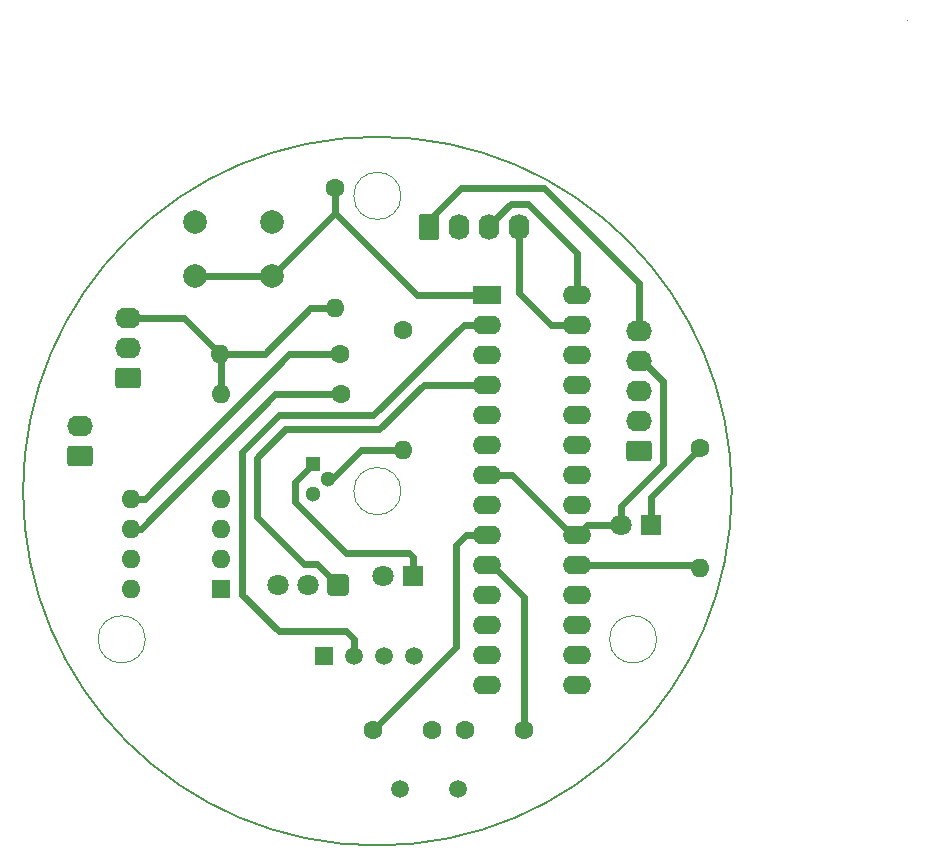
<source format=gbl>
%TF.GenerationSoftware,KiCad,Pcbnew,(6.0.7-1)-1*%
%TF.CreationDate,2022-10-31T10:44:15+05:30*%
%TF.ProjectId,Ac Temp Control V2,41632054-656d-4702-9043-6f6e74726f6c,rev?*%
%TF.SameCoordinates,Original*%
%TF.FileFunction,Copper,L2,Bot*%
%TF.FilePolarity,Positive*%
%FSLAX46Y46*%
G04 Gerber Fmt 4.6, Leading zero omitted, Abs format (unit mm)*
G04 Created by KiCad (PCBNEW (6.0.7-1)-1) date 2022-10-31 10:44:15*
%MOMM*%
%LPD*%
G01*
G04 APERTURE LIST*
G04 Aperture macros list*
%AMRoundRect*
0 Rectangle with rounded corners*
0 $1 Rounding radius*
0 $2 $3 $4 $5 $6 $7 $8 $9 X,Y pos of 4 corners*
0 Add a 4 corners polygon primitive as box body*
4,1,4,$2,$3,$4,$5,$6,$7,$8,$9,$2,$3,0*
0 Add four circle primitives for the rounded corners*
1,1,$1+$1,$2,$3*
1,1,$1+$1,$4,$5*
1,1,$1+$1,$6,$7*
1,1,$1+$1,$8,$9*
0 Add four rect primitives between the rounded corners*
20,1,$1+$1,$2,$3,$4,$5,0*
20,1,$1+$1,$4,$5,$6,$7,0*
20,1,$1+$1,$6,$7,$8,$9,0*
20,1,$1+$1,$8,$9,$2,$3,0*%
G04 Aperture macros list end*
%TA.AperFunction,Profile*%
%ADD10C,0.100000*%
%TD*%
%TA.AperFunction,Profile*%
%ADD11C,0.150000*%
%TD*%
%TA.AperFunction,ComponentPad*%
%ADD12R,2.400000X1.600000*%
%TD*%
%TA.AperFunction,ComponentPad*%
%ADD13O,2.400000X1.600000*%
%TD*%
%TA.AperFunction,ComponentPad*%
%ADD14C,1.500000*%
%TD*%
%TA.AperFunction,ComponentPad*%
%ADD15C,1.600000*%
%TD*%
%TA.AperFunction,ComponentPad*%
%ADD16O,1.600000X1.600000*%
%TD*%
%TA.AperFunction,ComponentPad*%
%ADD17RoundRect,0.250000X0.845000X-0.620000X0.845000X0.620000X-0.845000X0.620000X-0.845000X-0.620000X0*%
%TD*%
%TA.AperFunction,ComponentPad*%
%ADD18O,2.190000X1.740000*%
%TD*%
%TA.AperFunction,ComponentPad*%
%ADD19C,2.000000*%
%TD*%
%TA.AperFunction,ComponentPad*%
%ADD20R,1.600000X1.600000*%
%TD*%
%TA.AperFunction,ComponentPad*%
%ADD21RoundRect,0.250000X-0.620000X-0.845000X0.620000X-0.845000X0.620000X0.845000X-0.620000X0.845000X0*%
%TD*%
%TA.AperFunction,ComponentPad*%
%ADD22O,1.740000X2.190000*%
%TD*%
%TA.AperFunction,ComponentPad*%
%ADD23R,1.800000X1.800000*%
%TD*%
%TA.AperFunction,ComponentPad*%
%ADD24C,1.800000*%
%TD*%
%TA.AperFunction,ComponentPad*%
%ADD25RoundRect,0.250200X0.649800X0.649800X-0.649800X0.649800X-0.649800X-0.649800X0.649800X-0.649800X0*%
%TD*%
%TA.AperFunction,ComponentPad*%
%ADD26R,1.300000X1.300000*%
%TD*%
%TA.AperFunction,ComponentPad*%
%ADD27C,1.300000*%
%TD*%
%TA.AperFunction,ComponentPad*%
%ADD28R,1.500000X1.500000*%
%TD*%
%TA.AperFunction,Conductor*%
%ADD29C,0.600000*%
%TD*%
G04 APERTURE END LIST*
D10*
X146481802Y-104531802D02*
G75*
G03*
X146481802Y-104531802I-2000000J0D01*
G01*
X124831802Y-117081802D02*
G75*
G03*
X124831802Y-117081802I-2000000J0D01*
G01*
X189350001Y-64700000D02*
G75*
G03*
X189350001Y-64700000I-1J0D01*
G01*
X168131802Y-117081802D02*
G75*
G03*
X168131802Y-117081802I-2000000J0D01*
G01*
X146481802Y-79531802D02*
G75*
G03*
X146481802Y-79531802I-2000000J0D01*
G01*
D11*
X174481802Y-104531802D02*
G75*
G03*
X174481802Y-104531802I-30000000J0D01*
G01*
D12*
%TO.P,U1,1,~{RESET}/PC6*%
%TO.N,Net-(R3-Pad1)*%
X153781802Y-87906802D03*
D13*
%TO.P,U1,2,PD0*%
%TO.N,Net-(U1-Pad2)*%
X153781802Y-90446802D03*
%TO.P,U1,3,PD1*%
%TO.N,Net-(R1-Pad1)*%
X153781802Y-92986802D03*
%TO.P,U1,4,PD2*%
%TO.N,Net-(U1-Pad4)*%
X153781802Y-95526802D03*
%TO.P,U1,5,PD3*%
%TO.N,Net-(J2-Pad3)*%
X153781802Y-98066802D03*
%TO.P,U1,6,PD4*%
%TO.N,Net-(J2-Pad2)*%
X153781802Y-100606802D03*
%TO.P,U1,7,VCC*%
%TO.N,Net-(D1-Pad2)*%
X153781802Y-103146802D03*
%TO.P,U1,8,GND*%
%TO.N,GND*%
X153781802Y-105686802D03*
%TO.P,U1,9,XTAL1/PB6*%
%TO.N,Net-(C1-Pad1)*%
X153781802Y-108226802D03*
%TO.P,U1,10,XTAL2/PB7*%
%TO.N,Net-(C2-Pad1)*%
X153781802Y-110766802D03*
%TO.P,U1,11,PD5*%
%TO.N,Net-(J2-Pad1)*%
X153781802Y-113306802D03*
%TO.P,U1,12,PD6*%
%TO.N,unconnected-(U1-Pad12)*%
X153781802Y-115846802D03*
%TO.P,U1,13,PD7*%
%TO.N,unconnected-(U1-Pad13)*%
X153781802Y-118386802D03*
%TO.P,U1,14,PB0*%
%TO.N,unconnected-(U1-Pad14)*%
X153781802Y-120926802D03*
%TO.P,U1,15,PB1*%
%TO.N,unconnected-(U1-Pad15)*%
X161401802Y-120926802D03*
%TO.P,U1,16,PB2*%
%TO.N,unconnected-(U1-Pad16)*%
X161401802Y-118386802D03*
%TO.P,U1,17,PB3*%
%TO.N,unconnected-(U1-Pad17)*%
X161401802Y-115846802D03*
%TO.P,U1,18,PB4*%
%TO.N,unconnected-(U1-Pad18)*%
X161401802Y-113306802D03*
%TO.P,U1,19,PB5*%
%TO.N,Net-(R2-Pad2)*%
X161401802Y-110766802D03*
%TO.P,U1,20,AVCC*%
%TO.N,Net-(D1-Pad2)*%
X161401802Y-108226802D03*
%TO.P,U1,21,AREF*%
%TO.N,AREF*%
X161401802Y-105686802D03*
%TO.P,U1,22,GND*%
%TO.N,GND*%
X161401802Y-103146802D03*
%TO.P,U1,23,PC0*%
%TO.N,unconnected-(U1-Pad23)*%
X161401802Y-100606802D03*
%TO.P,U1,24,PC1*%
%TO.N,unconnected-(U1-Pad24)*%
X161401802Y-98066802D03*
%TO.P,U1,25,PC2*%
%TO.N,unconnected-(U1-Pad25)*%
X161401802Y-95526802D03*
%TO.P,U1,26,PC3*%
%TO.N,unconnected-(U1-Pad26)*%
X161401802Y-92986802D03*
%TO.P,U1,27,PC4*%
%TO.N,Net-(DISPLAY1-Pad4)*%
X161401802Y-90446802D03*
%TO.P,U1,28,PC5*%
%TO.N,Net-(DISPLAY1-Pad3)*%
X161401802Y-87906802D03*
%TD*%
D14*
%TO.P,Y1,1,1*%
%TO.N,Net-(C1-Pad1)*%
X146381802Y-129781802D03*
%TO.P,Y1,2,2*%
%TO.N,Net-(C2-Pad1)*%
X151281802Y-129781802D03*
%TD*%
D15*
%TO.P,R3,1*%
%TO.N,Net-(R3-Pad1)*%
X140881802Y-78901802D03*
D16*
%TO.P,R3,2*%
%TO.N,Net-(D1-Pad2)*%
X140881802Y-89061802D03*
%TD*%
D17*
%TO.P,VR1,1,IN*%
%TO.N,Net-(J1-Pad1)*%
X123401802Y-94971802D03*
D18*
%TO.P,VR1,2,GND*%
%TO.N,GND*%
X123401802Y-92431802D03*
%TO.P,VR1,3,OUT*%
%TO.N,Net-(D1-Pad2)*%
X123401802Y-89891802D03*
%TD*%
D19*
%TO.P,SW1,1,1*%
%TO.N,GND*%
X129081802Y-81781802D03*
X135581802Y-81781802D03*
%TO.P,SW1,2,2*%
%TO.N,Net-(R3-Pad1)*%
X129081802Y-86281802D03*
X135581802Y-86281802D03*
%TD*%
D15*
%TO.P,R1,1*%
%TO.N,Net-(R1-Pad1)*%
X146631802Y-90901802D03*
D16*
%TO.P,R1,2*%
%TO.N,Net-(Q1-Pad2)*%
X146631802Y-101061802D03*
%TD*%
D20*
%TO.P,U4,1,A0*%
%TO.N,GND*%
X131231802Y-112781802D03*
D16*
%TO.P,U4,2,A1*%
X131231802Y-110241802D03*
%TO.P,U4,3,A2*%
%TO.N,Net-(D1-Pad2)*%
X131231802Y-107701802D03*
%TO.P,U4,4,GND*%
%TO.N,GND*%
X131231802Y-105161802D03*
%TO.P,U4,5,SDA*%
%TO.N,Net-(DISPLAY1-Pad4)*%
X123611802Y-105161802D03*
%TO.P,U4,6,SCL*%
%TO.N,Net-(DISPLAY1-Pad3)*%
X123611802Y-107701802D03*
%TO.P,U4,7,WP*%
%TO.N,GND*%
X123611802Y-110241802D03*
%TO.P,U4,8,VCC*%
%TO.N,Net-(D1-Pad2)*%
X123611802Y-112781802D03*
%TD*%
D17*
%TO.P,J1,1,Pin_1*%
%TO.N,Net-(J1-Pad1)*%
X119281802Y-101531802D03*
D18*
%TO.P,J1,2,Pin_2*%
%TO.N,GND*%
X119281802Y-98991802D03*
%TD*%
D21*
%TO.P,DISPLAY1,1,GND*%
%TO.N,GND*%
X148871802Y-82201802D03*
D22*
%TO.P,DISPLAY1,2,VCC*%
%TO.N,Net-(D1-Pad2)*%
X151411802Y-82201802D03*
%TO.P,DISPLAY1,3,SCL*%
%TO.N,Net-(DISPLAY1-Pad3)*%
X153951802Y-82201802D03*
%TO.P,DISPLAY1,4,SDA*%
%TO.N,Net-(DISPLAY1-Pad4)*%
X156491802Y-82201802D03*
%TD*%
D15*
%TO.P,C1,1,1*%
%TO.N,Net-(C1-Pad1)*%
X144131802Y-124731802D03*
%TO.P,C1,2,2*%
%TO.N,GND*%
X149131802Y-124731802D03*
%TD*%
D23*
%TO.P,D1,1,K*%
%TO.N,Net-(D1-Pad1)*%
X167631802Y-107381802D03*
D24*
%TO.P,D1,2,A*%
%TO.N,Net-(D1-Pad2)*%
X165091802Y-107381802D03*
%TD*%
D15*
%TO.P,C2,1,1*%
%TO.N,Net-(C2-Pad1)*%
X156931802Y-124731802D03*
%TO.P,C2,2,2*%
%TO.N,GND*%
X151931802Y-124731802D03*
%TD*%
D17*
%TO.P,J2,1,Pin_1*%
%TO.N,Net-(J2-Pad1)*%
X166651802Y-101111802D03*
D18*
%TO.P,J2,2,Pin_2*%
%TO.N,Net-(J2-Pad2)*%
X166651802Y-98571802D03*
%TO.P,J2,3,Pin_3*%
%TO.N,Net-(J2-Pad3)*%
X166651802Y-96031802D03*
%TO.P,J2,4,Pin_4*%
%TO.N,Net-(D1-Pad2)*%
X166651802Y-93491802D03*
%TO.P,J2,5,Pin_5*%
%TO.N,GND*%
X166651802Y-90951802D03*
%TD*%
D15*
%TO.P,R5,1*%
%TO.N,Net-(DISPLAY1-Pad3)*%
X141381802Y-96331802D03*
D16*
%TO.P,R5,2*%
%TO.N,Net-(D1-Pad2)*%
X131221802Y-96331802D03*
%TD*%
D23*
%TO.P,D2,1*%
%TO.N,Net-(D2-PadA)*%
X147531802Y-111731802D03*
D24*
%TO.P,D2,2*%
%TO.N,Net-(D1-Pad2)*%
X144991802Y-111731802D03*
%TD*%
D15*
%TO.P,R2,1*%
%TO.N,Net-(D1-Pad1)*%
X171781802Y-100881802D03*
D16*
%TO.P,R2,2*%
%TO.N,Net-(R2-Pad2)*%
X171781802Y-111041802D03*
%TD*%
D25*
%TO.P,U3,1,OUT*%
%TO.N,Net-(U1-Pad4)*%
X141181802Y-112481802D03*
D24*
%TO.P,U3,2,GND*%
%TO.N,GND*%
X138641802Y-112481802D03*
%TO.P,U3,3,Vs*%
%TO.N,Net-(D1-Pad2)*%
X136101802Y-112481802D03*
%TD*%
D26*
%TO.P,Q1,1,C*%
%TO.N,Net-(D2-PadA)*%
X139050000Y-102250000D03*
D27*
%TO.P,Q1,2,B*%
%TO.N,Net-(Q1-Pad2)*%
X140320000Y-103520000D03*
%TO.P,Q1,3,E*%
%TO.N,GND*%
X139050000Y-104790000D03*
%TD*%
D15*
%TO.P,R4,1*%
%TO.N,Net-(DISPLAY1-Pad4)*%
X141281802Y-92931802D03*
D16*
%TO.P,R4,2*%
%TO.N,Net-(D1-Pad2)*%
X131121802Y-92931802D03*
%TD*%
D28*
%TO.P,U2,1,VCC*%
%TO.N,Net-(D1-Pad2)*%
X139969302Y-118484302D03*
D14*
%TO.P,U2,2,IO*%
%TO.N,Net-(U1-Pad2)*%
X142509302Y-118484302D03*
%TO.P,U2,3,NC*%
%TO.N,unconnected-(U2-Pad3)*%
X145049302Y-118484302D03*
%TO.P,U2,4,GND*%
%TO.N,GND*%
X147589302Y-118484302D03*
%TD*%
D29*
%TO.N,GND*%
X166651802Y-90951802D02*
X166651802Y-86901802D01*
X148871802Y-81578198D02*
X148871802Y-82201802D01*
X151600000Y-78850000D02*
X148871802Y-81578198D01*
X166651802Y-86901802D02*
X158600000Y-78850000D01*
X158600000Y-78850000D02*
X151600000Y-78850000D01*
%TO.N,Net-(DISPLAY1-Pad4)*%
X137025966Y-92931802D02*
X141281802Y-92931802D01*
X123611802Y-105161802D02*
X124795966Y-105161802D01*
X124795966Y-105161802D02*
X137025966Y-92931802D01*
X159146802Y-90446802D02*
X156491802Y-87791802D01*
X161401802Y-90446802D02*
X159146802Y-90446802D01*
X156491802Y-87791802D02*
X156491802Y-82201802D01*
%TO.N,Net-(C1-Pad1)*%
X153781802Y-108226802D02*
X151973198Y-108226802D01*
X151100000Y-109100000D02*
X151100000Y-117763604D01*
X151973198Y-108226802D02*
X151100000Y-109100000D01*
X151100000Y-117763604D02*
X144131802Y-124731802D01*
%TO.N,Net-(C2-Pad1)*%
X154181802Y-110766802D02*
X156931802Y-113516802D01*
X153781802Y-110766802D02*
X154181802Y-110766802D01*
X156931802Y-113516802D02*
X156931802Y-124731802D01*
%TO.N,Net-(DISPLAY1-Pad3)*%
X157224960Y-80206802D02*
X155758644Y-80206802D01*
X161401802Y-84383644D02*
X157224960Y-80206802D01*
X123611802Y-107701802D02*
X124448198Y-107701802D01*
X155758644Y-80206802D02*
X153951802Y-82013644D01*
X124448198Y-107701802D02*
X135818198Y-96331802D01*
X135818198Y-96331802D02*
X141381802Y-96331802D01*
X161401802Y-87906802D02*
X161401802Y-84383644D01*
%TO.N,Net-(Q1-Pad2)*%
X146631802Y-101061802D02*
X143058198Y-101061802D01*
X143058198Y-101061802D02*
X140600000Y-103520000D01*
%TO.N,Net-(D1-Pad1)*%
X167631802Y-105031802D02*
X171781802Y-100881802D01*
X167631802Y-107381802D02*
X167631802Y-105031802D01*
%TO.N,Net-(D1-Pad2)*%
X168646802Y-102208148D02*
X168646802Y-95218604D01*
X140881802Y-89061802D02*
X138810000Y-89061802D01*
X168646802Y-95218604D02*
X166920000Y-93491802D01*
X131121802Y-92931802D02*
X134940000Y-92931802D01*
X123401802Y-89891802D02*
X128081802Y-89891802D01*
X165091802Y-105763148D02*
X168646802Y-102208148D01*
X161001802Y-108226802D02*
X155921802Y-103146802D01*
X165091802Y-107381802D02*
X162246802Y-107381802D01*
X165091802Y-107381802D02*
X165091802Y-105763148D01*
X128081802Y-89891802D02*
X131121802Y-92931802D01*
X155921802Y-103146802D02*
X153781802Y-103146802D01*
X131221802Y-96331802D02*
X131221802Y-93031802D01*
X138810000Y-89061802D02*
X134940000Y-92931802D01*
X166920000Y-93491802D02*
X166651802Y-93491802D01*
X162246802Y-107381802D02*
X161401802Y-108226802D01*
X161401802Y-108226802D02*
X161001802Y-108226802D01*
%TO.N,Net-(D2-PadA)*%
X141817968Y-109750000D02*
X147150000Y-109750000D01*
X137500000Y-105432032D02*
X141817968Y-109750000D01*
X137500000Y-103800000D02*
X137500000Y-105432032D01*
X147531802Y-110131802D02*
X147531802Y-111731802D01*
X147150000Y-109750000D02*
X147531802Y-110131802D01*
X139050000Y-102250000D02*
X137500000Y-103800000D01*
%TO.N,Net-(R2-Pad2)*%
X161401802Y-110766802D02*
X171506802Y-110766802D01*
X171506802Y-110766802D02*
X171781802Y-111041802D01*
%TO.N,Net-(R3-Pad1)*%
X153781802Y-87906802D02*
X147806802Y-87906802D01*
X140881802Y-80981802D02*
X140881802Y-78901802D01*
X147806802Y-87906802D02*
X140881802Y-80981802D01*
X129081802Y-86281802D02*
X135581802Y-86281802D01*
X135581802Y-86281802D02*
X140881802Y-80981802D01*
%TO.N,Net-(U1-Pad2)*%
X133050000Y-113304947D02*
X136145053Y-116400000D01*
X142509302Y-117059302D02*
X142509302Y-118484302D01*
X136150000Y-98100000D02*
X133050000Y-101200000D01*
X141850000Y-116400000D02*
X142509302Y-117059302D01*
X133050000Y-101200000D02*
X133050000Y-113304947D01*
X153781802Y-90446802D02*
X151803198Y-90446802D01*
X151803198Y-90446802D02*
X144150000Y-98100000D01*
X144150000Y-98100000D02*
X136150000Y-98100000D01*
X136145053Y-116400000D02*
X141850000Y-116400000D01*
%TO.N,Net-(U1-Pad4)*%
X139387387Y-110681802D02*
X141181802Y-112476217D01*
X141181802Y-112476217D02*
X141181802Y-112481802D01*
X136647056Y-99300000D02*
X134250000Y-101697056D01*
X144647056Y-99300000D02*
X136647056Y-99300000D01*
X138231802Y-110681802D02*
X139387387Y-110681802D01*
X153781802Y-95526802D02*
X148420254Y-95526802D01*
X134250000Y-106700000D02*
X138231802Y-110681802D01*
X134250000Y-101697056D02*
X134250000Y-106700000D01*
X148420254Y-95526802D02*
X144647056Y-99300000D01*
%TD*%
M02*

</source>
